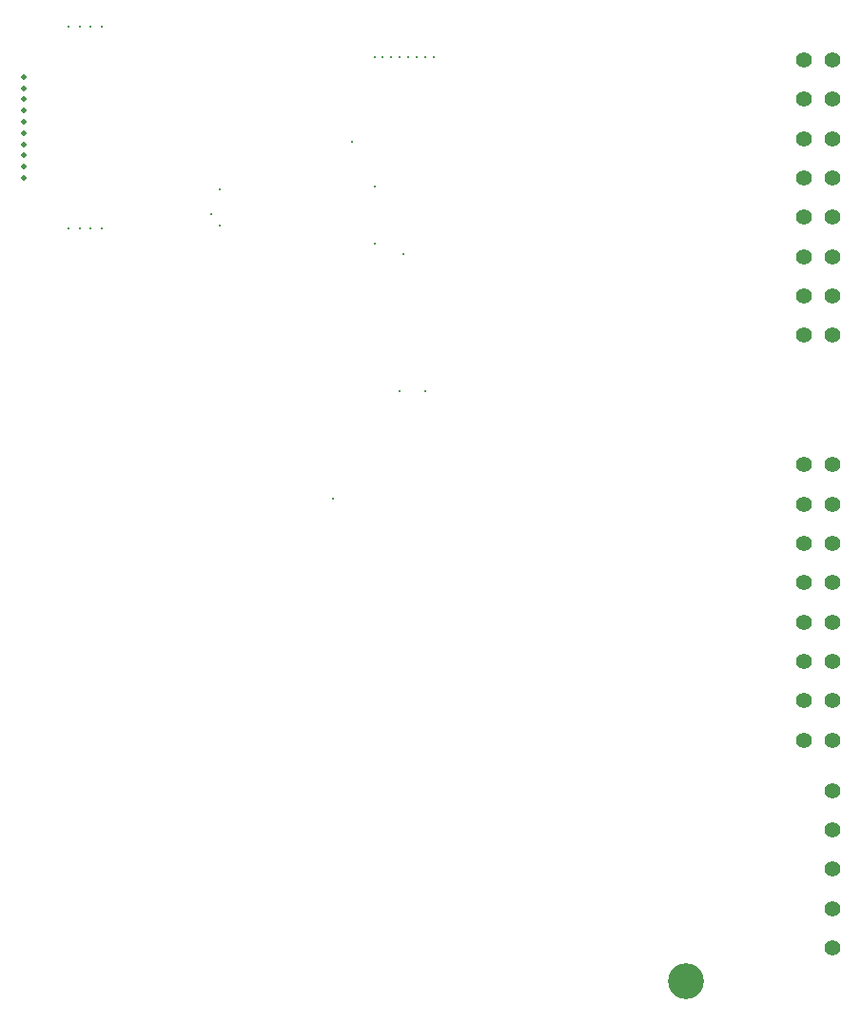
<source format=gbr>
%TF.GenerationSoftware,KiCad,Pcbnew,9.0.2*%
%TF.CreationDate,2025-05-30T08:32:05+03:00*%
%TF.ProjectId,PMCNV-AI8IU,504d434e-562d-4414-9938-49552e6b6963,rev?*%
%TF.SameCoordinates,Original*%
%TF.FileFunction,Plated,1,2,PTH,Drill*%
%TF.FilePolarity,Positive*%
%FSLAX46Y46*%
G04 Gerber Fmt 4.6, Leading zero omitted, Abs format (unit mm)*
G04 Created by KiCad (PCBNEW 9.0.2) date 2025-05-30 08:32:05*
%MOMM*%
%LPD*%
G01*
G04 APERTURE LIST*
%TA.AperFunction,ViaDrill*%
%ADD10C,0.300000*%
%TD*%
%TA.AperFunction,ComponentDrill*%
%ADD11C,0.500000*%
%TD*%
%TA.AperFunction,ComponentDrill*%
%ADD12C,1.400000*%
%TD*%
%TA.AperFunction,ComponentDrill*%
%ADD13C,3.200000*%
%TD*%
G04 APERTURE END LIST*
D10*
X-33000000Y39000000D03*
X-33000000Y21000000D03*
X-32000000Y39000000D03*
X-32000000Y21000000D03*
X-31000000Y39000000D03*
X-31000000Y21000000D03*
X-30000000Y39000000D03*
X-30000000Y21000000D03*
X-20250000Y22250000D03*
X-19500000Y24500000D03*
X-19500000Y21250000D03*
X-9470000Y-3030000D03*
X-7750000Y28750000D03*
X-5750000Y36250000D03*
X-5750000Y24750000D03*
X-5750000Y19685000D03*
X-5000000Y36250000D03*
X-4250000Y36250000D03*
X-3500000Y36250000D03*
X-3500000Y6500000D03*
X-3150000Y18692629D03*
X-2750000Y36250000D03*
X-2000000Y36250000D03*
X-1250000Y36250000D03*
X-1250000Y6500000D03*
X-500000Y36250000D03*
D11*
%TO.C,J3*%
X-37000000Y34500000D03*
X-37000000Y33500000D03*
X-37000000Y32500000D03*
X-37000000Y31500000D03*
X-37000000Y30500000D03*
X-37000000Y29500000D03*
X-37000000Y28500000D03*
X-37000000Y27500000D03*
X-37000000Y26500000D03*
X-37000000Y25500000D03*
D12*
%TO.C,J4*%
X32500000Y36000000D03*
X32500000Y32500000D03*
X32500000Y29000000D03*
X32500000Y25500000D03*
X32500000Y22000000D03*
X32500000Y18500000D03*
X32500000Y15000000D03*
X32500000Y11500000D03*
%TO.C,J5*%
X32500000Y0D03*
X32500000Y-3500000D03*
X32500000Y-7000000D03*
X32500000Y-10500000D03*
X32500000Y-14000000D03*
X32500000Y-17500000D03*
X32500000Y-21000000D03*
X32500000Y-24500000D03*
%TO.C,J4*%
X35000000Y36000000D03*
X35000000Y32500000D03*
X35000000Y29000000D03*
X35000000Y25500000D03*
X35000000Y22000000D03*
X35000000Y18500000D03*
X35000000Y15000000D03*
X35000000Y11500000D03*
%TO.C,J5*%
X35000000Y0D03*
X35000000Y-3500000D03*
X35000000Y-7000000D03*
X35000000Y-10500000D03*
X35000000Y-14000000D03*
X35000000Y-17500000D03*
X35000000Y-21000000D03*
X35000000Y-24500000D03*
%TO.C,J6*%
X35000000Y-29000000D03*
X35000000Y-32500000D03*
X35000000Y-36000000D03*
X35000000Y-39500000D03*
X35000000Y-43000000D03*
D13*
%TO.C,D9*%
X22000000Y-46000000D03*
M02*

</source>
